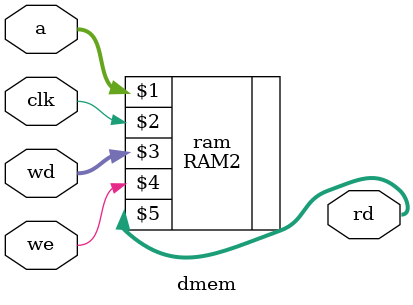
<source format=sv>
module dmem(input logic clk, we,
				input logic [31:0] a, wd,
				output logic [31:0] rd);
	
	/*
	logic [31:0] DRAM[63:0];
	
	assign rd = DRAM[a[31:2]]; // word aligned
	
	always_ff @(posedge clk)
		if (we) DRAM[a[31:2]] <= wd;
	*/
	
	
	/*
	logic [16:0] _a;
	
	always_comb begin
		if(a[18:2] < 0 | a[18:2] >= 70000) _a = 17'd_0;
		else _a = a[18:2];
	end
	
	logic [31:0] wd_b = 32'd_0;
	logic we_b = 0;
	
	RAM2 iram(_a, b[16:0],
				 clk, 
				 wd_a, wd_b, 
				 we_a, we_b,
				 rd_a, rd_b);
	*/
	RAM2 ram(a, clk, wd, we, rd);
	
		
endmodule
</source>
